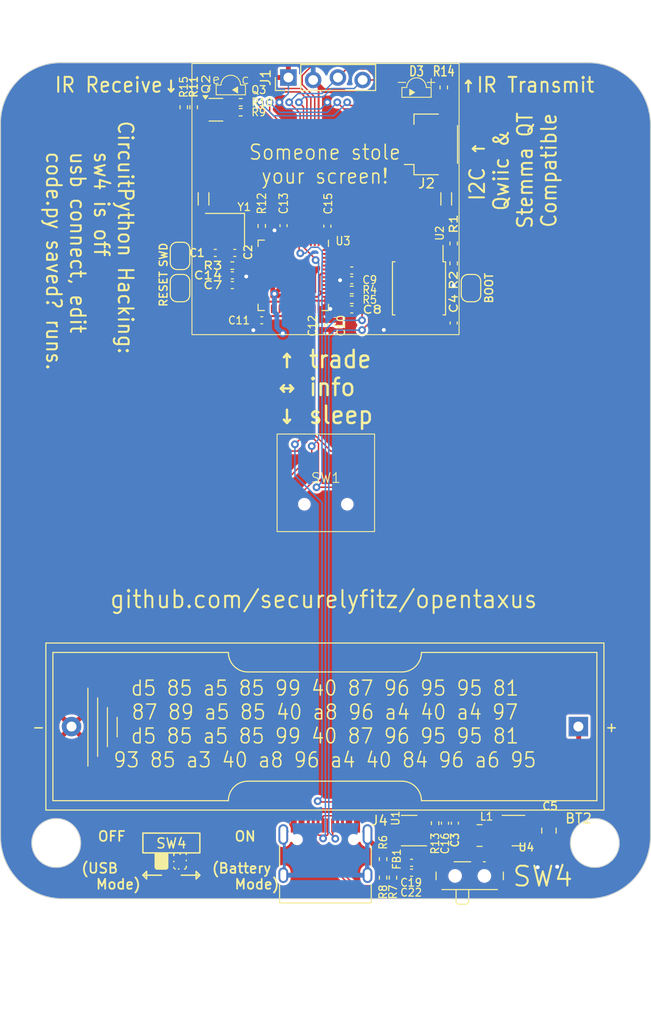
<source format=kicad_pcb>
(kicad_pcb (version 20240108) (generator "pcbnew") (generator_version "8.0")
  (title_block (title "OpenTaxus Badge") (date "2024-06-12") (rev "1.0") (comment 1 "Joe FitzPatrick") (comment 2 "joefitz@securinghw.com"))
  (layers (0 "F.Cu" signal) (31 "B.Cu" signal) (34 "B.Paste" user) (35 "F.Paste" user) (36 "B.SilkS" user "B.Silkscreen") (37 "F.SilkS" user "F.Silkscreen") (38 "B.Mask" user) (39 "F.Mask" user) (44 "Edge.Cuts" user))
  (net 0 "")
  (net 1 "GND")
  (net 2 "Net-(C1-Pad1)")
  (net 3 "/XIN")
  (net 4 "+3V3")
  (net 5 "+1V1")
  (net 6 "/VBUS")
  (net 7 "/GPIO0{slash}TX")
  (net 8 "/GPIO1{slash}RX")
  (net 9 "/SHIELD")
  (net 10 "/~{USB_BOOT}")
  (net 11 "Net-(J4-CC1)")
  (net 12 "/USB_D-")
  (net 13 "/USB_D+")
  (net 15 "Net-(J4-CC2)")
  (net 17 "Net-(U4-SW)")
  (net 18 "/QSPI_SS")
  (net 19 "/XOUT")
  (net 20 "Net-(U3-USB_DP)")
  (net 21 "Net-(U3-USB_DM)")
  (net 22 "/GPIO2{slash}SD")
  (net 23 "/GPIO3{slash}L")
  (net 24 "/GPIO28_ADC2{slash}D")
  (net 25 "/GPIO4{slash}R")
  (net 26 "/GPIO29_ADC3{slash}X")
  (net 27 "/QSPI_SD1")
  (net 28 "/QSPI_SD2")
  (net 29 "/QSPI_SD0")
  (net 30 "/QSPI_SCLK")
  (net 31 "/QSPI_SD3")
  (net 32 "/GPIO5")
  (net 33 "/GPIO6{slash}SDA")
  (net 34 "/GPIO7{slash}SCL")
  (net 35 "/GPIO8")
  (net 36 "+VSW")
  (net 37 "/GPIO13")
  (net 38 "/GPIO14")
  (net 39 "/GPIO15")
  (net 40 "/SWCLK")
  (net 41 "/SWD")
  (net 42 "/RUN")
  (net 43 "/GPIO16")
  (net 44 "/GPIO17")
  (net 45 "/GPIO18")
  (net 46 "/GPIO19")
  (net 47 "/GPIO20")
  (net 48 "/GPIO21")
  (net 49 "/GPIO22")
  (net 50 "/GPIO23")
  (net 51 "/GPIO24")
  (net 52 "/GPIO25")
  (net 53 "/VUSB")
  (net 54 "/GPIO27_ADC1{slash}U")
  (net 55 "Net-(Q2A-B1)")
  (net 57 "Net-(D1-DIN)")
  (net 58 "Net-(Q2A-C1)")
  (net 59 "Net-(D3-A)")
  (net 60 "/GPIO26_ADC0{slash}USB_DET")
  (net 61 "/GPIO11{slash}NEO_PWR")
  (net 62 "/GPIO12{slash}NEOPIX")
  (net 63 "/VBATT")
  (net 64 "/VREG")
  (net 65 "Net-(D1-DOUT)")
  (footprint "ir:IR12-21C-TR8" (layer "F.Cu") (at 68.072 28.448)
    (property "Reference" "D3")
    (property "Value" "IR12-21C/TR8" (hide yes))
  )
  (footprint "dpad:10x10x10x9-6P-WX" (layer "F.Cu") (at 58.77 68.48)
    (property "Reference" "SW1")
    (property "Value" "dpad")
  )
  (footprint "Capacitor_SMD:C_0402_1005Metric" (layer "F.Cu") (at 47.43 44.906 180)
    (property "Reference" "C1")
    (property "Value" "22p" (hide yes))
  )
  (footprint "Resistor_SMD:R_0402_1005Metric" (layer "F.Cu") (at 65.659 108.966 -90)
    (property "Reference" "R7")
    (property "Value" "5k1" (hide yes))
  )
  (footprint "Capacitor_SMD:C_0402_1005Metric" (layer "F.Cu") (at 52.197 51.816 180)
    (property "Reference" "C11")
    (property "Value" "100n" (hide yes))
  )
  (footprint "Resistor_SMD:R_0402_1005Metric" (layer "F.Cu") (at 71.882 45.974 90)
    (property "Reference" "R2")
    (property "Value" "DNP" (hide yes))
  )
  (footprint "Inductor_SMD:L_0402_1005Metric" (layer "F.Cu") (at 67.564 106.426 180)
    (property "Reference" "FB1")
    (property "Value" "600R" (hide yes))
  )
  (footprint "Battery:BatteryHolder_Keystone_2460_1xAA" (layer "F.Cu") (at 84.674 93.472 180)
    (property "Reference" "BT2")
    (property "Value" "AA")
  )
  (footprint "Resistor_SMD:R_0402_1005Metric" (layer "F.Cu") (at 44.196 29.972 -90)
    (property "Reference" "R15")
    (property "Value" "DNP" (hide yes))
  )
  (footprint "logos:OSHW-Logo2_14.6x12mm_SolderMask" (layer "F.Cu") (at 79.248 66.04)
    (property "Reference" "OSHW" (hide yes))
    (property "Value" "OSHW-Logo2_14.6x12mm_SolderMask" (hide yes))
  )
  (footprint "Connector_JST:JST_SH_SM04B-SRSS-TB_1x04-1MP_P1.00mm_Horizontal" (layer "F.Cu") (at 69.596 33.782 90)
    (property "Reference" "J2")
    (property "Value" "qwiic" (hide yes))
  )
  (footprint "ws2812b:LED_WS2812B_PLCC4_1.0x1.0mm" (layer "F.Cu") (at 46.228 39.37 -90)
    (property "Reference" "D1" (hide yes))
    (property "Value" "WS2812B" (hide yes))
  )
  (footprint "Resistor_SMD:R_0402_1005Metric" (layer "F.Cu") (at 61.43 48.706)
    (property "Reference" "R4")
    (property "Value" "27" (hide yes))
  )
  (footprint "Resistor_SMD:R_0402_1005Metric" (layer "F.Cu") (at 64.643 107.061 90)
    (property "Reference" "R6")
    (property "Value" "1M" (hide yes))
  )
  (footprint "Resistor_SMD:R_0402_1005Metric" (layer "F.Cu") (at 71.882 43.942 90)
    (property "Reference" "R1")
    (property "Value" "1k" (hide yes))
  )
  (footprint "Resistor_SMD:R_0402_1005Metric" (layer "F.Cu") (at 49.18 46.206 180)
    (property "Reference" "R3")
    (property "Value" "1k" (hide yes))
  )
  (footprint "Resistor_SMD:R_0402_1005Metric" (layer "F.Cu") (at 61.43 49.706 180)
    (property "Reference" "R5")
    (property "Value" "27" (hide yes))
  )
  (footprint "Capacitor_SMD:C_0402_1005Metric" (layer "F.Cu") (at 72.009 103.378 90)
    (property "Reference" "C3")
    (property "Value" "10u" (hide yes))
  )
  (footprint "Capacitor_SMD:C_0402_1005Metric" (layer "F.Cu") (at 67.564 107.442 180)
    (property "Reference" "C19")
    (property "Value" "100n" (hide yes))
  )
  (footprint "Resistor_SMD:R_0402_1005Metric" (layer "F.Cu") (at 50.038 29.464 180)
    (property "Reference" "R10")
    (property "Value" "200k" (hide yes))
  )
  (footprint "Package_TO_SOT_SMD:SOT-363_SC-70-6" (layer "F.Cu") (at 47.498 30.226)
    (property "Reference" "Q2")
    (property "Value" "BC847BS" (hide yes))
  )
  (footprint "Resistor_SMD:R_0402_1005Metric" (layer "F.Cu") (at 45.212 29.972 -90)
    (property "Reference" "R11")
    (property "Value" "1k" (hide yes))
  )
  (footprint "Button_Switch_SMD:SW_SPDT_PCM12" (layer "F.Cu") (at 73.5275 108.458)
    (property "Reference" "SW4")
    (property "Value" "SW_SPDT" (hide yes))
  )
  (footprint "Jumper:SolderJumper-2_P1.3mm_Open_RoundedPad1.0x1.5mm" (layer "F.Cu") (at 43.815 45.212 90)
    (property "Reference" "J3" (hide yes))
    (property "Value" "SWD")
  )
  (footprint "Package_DFN_QFN:QFN-56-1EP_7x7mm_P0.4mm_EP3.2x3.2mm" (layer "F.Cu") (at 55.43 47.206 -90)
    (property "Reference" "U3")
    (property "Value" "RP2040" (hide yes))
  )
  (footprint "ir:PT12-21B-TR8" (layer "F.Cu") (at 49.022 28.194)
    (property "Reference" "Q3")
    (property "Value" "PT12-21B/TR8" (hide yes))
  )
  (footprint "ws2812b:LED_WS2812B_PLCC4_1.0x1.0mm" (layer "F.Cu") (at 71.12 39.37 90)
    (property "Reference" "D2" (hide yes))
    (property "Value" "WS2812B" (hide yes))
  )
  (footprint "Capacitor_SMD:C_0402_1005Metric" (layer "F.Cu") (at 49.18 47.206 180)
    (property "Reference" "C14")
    (property "Value" "100n" (hide yes))
  )
  (footprint "Capacitor_SMD:C_0402_1005Metric" (layer "F.Cu") (at 61.43 47.706)
    (property "Reference" "C9")
    (property "Value" "100n" (hide yes))
  )
  (footprint "Capacitor_SMD:C_0402_1005Metric" (layer "F.Cu") (at 70.993 103.378 90)
    (property "Reference" "C16")
    (property "Value" "10u" (hide yes))
  )
  (footprint "usbc:USB_C_Receptacle_HRO_TYPE-C-31-M-12" (layer "F.Cu") (at 58.725 107.662)
    (property "Reference" "J4")
    (property "Value" "USB_C_Receptacle_USB2.0" (hide yes))
  )
  (footprint "Capacitor_SMD:C_0402_1005Metric" (layer "F.Cu") (at 49.43 44.906 180)
    (property "Reference" "C2")
    (property "Value" "22p" (hide yes))
  )
  (footprint "Resistor_SMD:R_0402_1005Metric" (layer "F.Cu") (at 52.197 42.1386 90)
    (property "Reference" "R12")
    (property "Value" "220" (hide yes))
  )
  (footprint "Resistor_SMD:R_0402_1005Metric" (layer "F.Cu") (at 64.643 108.964 90)
    (property "Reference" "R8")
    (property "Value" "5k1" (hide yes))
  )
  (footprint "Crystal:Crystal_SMD_3225-4Pin_3.2x2.5mm" (layer "F.Cu") (at 48.43 42.506 180)
    (property "Reference" "Y1")
    (property "Value" "YSX321SL" (hide yes))
  )
  (footprint "Connector_PinHeader_2.54mm:PinHeader_1x04_P2.54mm_Vertical" (layer "F.Cu") (at 58.7375 26.924)
    (property "Reference" "J1")
    (property "Value" "OLED")
  )
  (footprint "Package_TO_SOT_SMD:SOT-23" (layer "F.Cu") (at 78.529 104.14)
    (property "Reference" "U4")
    (property "Value" "XT1861B332MR-G" (hide yes))
  )
  (footprint "Package_TO_SOT_SMD:SOT-23-3" (layer "F.Cu") (at 67.31 104.14 180)
    (property "Reference" "U1")
    (property "Value" "HE6206-33NR" (hide yes))
  )
  (footprint "Capacitor_SMD:C_0402_1005Metric" (layer "F.Cu") (at 59.3 52.29 -90)
    (property "Reference" "C10")
    (property "Value" "10u" (hide yes))
  )
  (footprint "Capacitor_SMD:C_0402_1005Metric" (layer "F.Cu") (at 71.882 52.098 90)
    (property "Reference" "C4")
    (property "Value" "100n" (hide yes))
  )
  (footprint "Capacitor_SMD:C_0402_1005Metric" (layer "F.Cu") (at 54.4322 42.1158 90)
    (property "Reference" "C13")
    (property "Value" "100n" (hide yes))
  )
  (footprint "Capacitor_SMD:C_0402_1005Metric" (layer "F.Cu") (at 67.564 108.458 180)
    (property "Reference" "C22")
    (property "Value" "10u" (hide yes))
  )
  (footprint "Jumper:SolderJumper-2_P1.3mm_Open_RoundedPad1.0x1.5mm" (layer "F.Cu") (at 73.66 48.514 -90)
    (property "Reference" "SW2" (hide yes))
    (property "Value" "USB_BOOT" (hide yes))
  )
  (footprint "Resistor_SMD:R_0402_1005Metric" (layer "F.Cu") (at 69.977 103.378 -90)
    (property "Reference" "R13")
    (property "Value" "1k")
  )
  (footprint "Capacitor_SMD:C_0402_1005Metric" (layer "F.Cu") (at 49.18 48.206 180)
    (property "Reference" "C7")
    (property "Value" "100n" (hide yes))
  )
  (footprint "Package_SO:SOIC-8_5.23x5.23mm_P1.27mm" (layer "F.Cu") (at 68.326 48.542 -90)
    (property "Reference" "U2")
    (property "Value" "W25Q128JVS" (hide yes))
  )
  (footprint "Jumper:SolderJumper-2_P1.3mm_Open_RoundedPad1.0x1.5mm" (layer "F.Cu") (at 43.815 48.514 -90)
    (property "Reference" "SW3" (hide yes))
    (property "Value" "RESET")
  )
  (footprint "Capacitor_SMD:C_0805_2012Metric" (layer "F.Cu") (at 81.6555 104.14 90)
    (property "Reference" "C5")
    (property "Value" "47u" (hide yes))
  )
  (footprint "Capacitor_SMD:C_0402_1005Metric" (layer "F.Cu") (at 58.3 52.3 -90)
    (property "Reference" "C12")
    (property "Value" "100n" (hide yes))
  )
  (footprint "Resistor_SMD:R_0402_1005Metric" (layer "F.Cu") (at 50.038 30.48 180)
    (property "Reference" "R9")
    (property "Value" "200k" (hide yes))
  )
  (footprint "Inductor_SMD:L_1008_2520Metric" (layer "F.Cu") (at 74.5435 104.648)
    (property "Reference" "L1")
    (property "Value" "10u" (hide yes))
  )
  (footprint "Capacitor_SMD:C_0402_1005Metric" (layer "F.Cu") (at 61.43 46.706)
    (property "Reference" "C6" (hide yes))
    (property "Value" "100n" (hide yes))
  )
  (footprint "Capacitor_SMD:C_0402_1005Metric" (layer "F.Cu") (at 61.43 50.706)
    (property "Reference" "C8")
    (property "Value" "10u" (hide yes))
  )
  (footprint "Resistor_SMD:R_0402_1005Metric" (layer "F.Cu") (at 70.866 27.94 -90)
    (property "Reference" "R14")
    (property "Value" "220" (hide yes))
  )
  (footprint "Capacitor_SMD:C_0402_1005Metric" (layer "F.Cu") (at 58.928 42.164 90)
    (property "Reference" "C15")
    (property "Value" "100n" (hide yes))
  )
  (gr_line (start 40.005 108.712) (end 40.386 109.093) (stroke (width 0.15)) (layer "F.SilkS"))
  (gr_poly (pts (xy 44.45 106.553) (xy 44.45 107.95) (xy 44.323 108.077) (xy 43.307 108.077) (xy 43.18 107.95) (xy 43.18 106.553)) (stroke (width 0.15) (type dot)) (fill none) (layer "F.SilkS"))
  (gr_line (start 40.386 108.331) (end 40.005 108.712) (stroke (width 0.15)) (layer "F.SilkS"))
  (gr_line (start 45.847 108.712) (end 45.466 108.331) (stroke (width 0.15)) (layer "F.SilkS"))
  (gr_rect (start 40.005 104.394) (end 45.847 106.426) (stroke (width 0.15)) (fill none) (layer "F.SilkS"))
  (gr_line (start 43.942 108.712) (end 45.847 108.712) (stroke (width 0.15)) (layer "F.SilkS"))
  (gr_line (start 45.466 109.093) (end 45.847 108.712) (stroke (width 0.15)) (layer "F.SilkS"))
  (gr_line (start 41.91 108.712) (end 40.005 108.712) (stroke (width 0.15)) (layer "F.SilkS"))
  (gr_line (start 40.386 109.093) (end 40.386 108.331) (stroke (width 0.15)) (layer "F.SilkS"))
  (gr_poly (pts (xy 42.545 106.553) (xy 42.545 107.95) (xy 42.418 108.077) (xy 41.402 108.077) (xy 41.275 107.95) (xy 41.275 106.553)) (stroke (width 0.15)) (fill solid) (layer "F.SilkS"))
  (gr_line (start 45.466 108.331) (end 45.466 109.093) (stroke (width 0.15)) (layer "F.SilkS"))
  (gr_line (start 40.005 108.712) (end 40.386 108.331) (stroke (width 0.15)) (layer "F.SilkS"))
  (gr_line (start 45.847 108.712) (end 45.466 109.093) (stroke (width 0.15)) (layer "F.SilkS"))
  (gr_line (start 85.725 25.4) (end 31.75 25.4) (stroke (width 0.1)) (layer "Edge.Cuts"))
  (gr_line (start 31.75 111.125) (end 85.725 111.125) (stroke (width 0.1)) (layer "Edge.Cuts"))
  (gr_arc (start 31.75 111.125) (mid 27.259872 109.265128) (end 25.4 104.775) (stroke (width 0.1)) (layer "Edge.Cuts"))
  (gr_circle (center 31.115 105.41) (end 33.6169 105.41) (stroke (width 0.1)) (fill none) (layer "Edge.Cuts"))
  (gr_line (start 92.075 104.775) (end 92.075 31.75) (stroke (width 0.1)) (layer "Edge.Cuts"))
  (gr_arc (start 92.075 104.775) (mid 90.215128 109.265128) (end 85.725 111.125) (stroke (width 0.1)) (layer "Edge.Cuts"))
  (gr_circle (center 86.36 105.41) (end 88.8619 105.41) (stroke (width 0.1)) (fill none) (layer "Edge.Cuts"))
  (gr_arc (start 25.4 31.75) (mid 27.205788 27.205788) (end 31.75 25.4) (stroke (width 0.1)) (layer "Edge.Cuts"))
  (gr_arc (start 85.725 25.4) (mid 90.215128 27.259872) (end 92.075 31.75) (stroke (width 0.1)) (layer "Edge.Cuts"))
  (gr_line (start 25.4 31.75) (end 25.4 104.775) (stroke (width 0.1)) (layer "Edge.Cuts"))
  (gr_text "IR Receive↓ " (at 44.958 27.686 0) (layer "F.SilkS") (effects (font (size 1.524 1.397) (thickness 0.2032)) (justify right)))
  (gr_text "d5 85 a5 85 99 40 87 96 95 95 81\n87 89 a5 85 40 a8 96 a4 40 a4 97\nd5 85 a5 85 99 40 87 96 95 95 81\n93 85 a3 40 a8 96 a4 40 84 96 a6 95" (at 58.674 93.218 0) (layer "F.SilkS") (effects (font (size 1.524 1.397) (thickness 0.1524))))
  (gr_text "CircuitPython Hacking:\n   sw4 is off \n   usb connect, edit \n   code.py saved? runs." (at 34.544 31.242 270) (layer "F.SilkS") (effects (font (size 1.524 1.397) (thickness 0.2032)) (justify left)))
  (gr_text "Someone stole\nyour screen!" (at 58.674 35.814 0) (layer "F.SilkS") (effects (font (size 1.524 1.397) (thickness 0.1524))))
  (gr_text "SW4" (at 41.275 106.045 0) (layer "F.SilkS") (effects (font (size 1.016 1.016) (thickness 0.1524)) (justify left bottom)))
  (gr_text "↑IR Transmit" (at 72.39 27.686 0) (layer "F.SilkS") (effects (font (size 1.524 1.397) (thickness 0.2032)) (justify left)))
  (gr_text "BOOT" (at 75.51 48.52 90) (layer "F.SilkS") (effects (font (size 0.8 0.8))))
  (gr_text "I2C ↑\nQwiic &\nStemma QT\nCompatible" (at 77.978 36.449 90) (layer "F.SilkS") (effects (font (size 1.524 1.397) (thickness 0.2032))))
  (gr_text "\ngithub.com/securelyfitz/opentaxus\n" (at 58.547 78.994 0) (layer "F.SilkS") (effects (font (size 1.778 1.651) (thickness 0.2032))))
  (gr_text "OFF  \n\n(USB   \n  Mode)" (at 39.878 104.14 0) (layer "F.SilkS") (effects (font (size 1.016 1.016) (thickness 0.1778) (bold yes)) (justify right top)))
  (gr_text "↑ trade\n↔ info\n↓ sleep" (at 53.594 58.674 0) (layer "F.SilkS") (effects (font (size 1.778 1.651) (thickness 0.254)) (justify left)))
  (gr_text "   ON\n\n(Battery\n   Mode)" (at 46.99 104.14 0) (layer "F.SilkS") (effects (font (size 1.016 1.016) (thickness 0.1778) (bold yes)) (justify left top)))
  (segment (start 51.493994 46.206) (end 50.193994 44.906) (width 0.15) (layer "F.Cu") (net 1))
  (segment (start 55.43 47.206) (end 54.18 48.456) (width 0.5) (layer "F.Cu") (net 1))
  (segment (start 52.491006 46.206) (end 53.491006 47.206) (width 0.15) (layer "F.Cu") (net 1))
  (segment (start 53.491006 47.206) (end 55.43 47.206) (width 0.15) (layer "F.Cu") (net 1))
  (segment (start 54.5846 46.3606) (end 55.43 47.206) (width 0.5) (layer "F.Cu") (net 1))
  (segment (start 55.78 32.70642) (end 55.78 40.288) (width 0.15) (layer "F.Cu") (net 1))
  (segment (start 51.9925 46.206) (end 51.493994 46.206) (width 0.15) (layer "F.Cu") (net 1))
  (segment (start 50.189999 44.906) (end 49.91 44.906) (width 0.2) (layer "F.Cu") (net 1))
  (segment (start 51.9925 46.206) (end 52.491006 46.206) (width 0.15) (layer "F.Cu") (net 1))
  (segment (start 55.43 47.206) (end 53.536 49.1) (width 0.5) (layer "F.Cu") (net 1))
  (segment (start 53.536 49.1) (end 53.5 49.1) (width 0.5) (layer "F.Cu") (net 1))
  (segment (start 55.78 40.288) (end 54.4322 41.6358) (width 0.15) (layer "F.Cu") (net 1))
  (segment (start 55.43 47.206) (end 56.68 47.206) (width 0.5) (layer "F.Cu") (net 1))
  (segment (start 54.007259 30.933679) (end 55.78 32.70642) (width 0.15) (layer "F.Cu") (net 1))
  (segment (start 54.007259 29.464) (end 54.007259 30.933679) (width 0.15) (layer "F.Cu") (net 1))
  (segment (start 50.193994 44.906) (end 49.91 44.906) (width 0.15) (layer "F.Cu") (net 1))
  (via (at 58.928 29.464) (size 0.8) (drill 0.4) (layers "F.Cu" "B.Cu") (net 1))
  (via (at 54.356 53.1622) (size 0.8) (drill 0.4) (layers "F.Cu" "B.Cu") (net 1))
  (via (at 53.5 49.1) (size 0.8) (drill 0.4) (layers "F.Cu" "B.Cu") (net 1))
  (via (at 54.007259 29.464) (size 0.8) (drill 0.4) (layers "F.Cu" "B.Cu") (net 1))
  (segment (start 53.7464 51.2064) (end 53.5 50.96) (width 0.5) (layer "B.Cu") (net 1))
  (segment (start 58.2468 30.1452) (end 54.688459 30.1452) (width 0.15) (layer "B.Cu") (net 1))
  (segment (start 54.688459 30.1452) (end 54.007259 29.464) (width 0.15) (layer "B.Cu") (net 1))
  (segment (start 53.7464 52.5526) (end 53.7464 51.2064) (width 0.5) (layer "B.Cu") (net 1))
  (segment (start 54.007259 29.464) (end 54.9275 28.543759) (width 0.15) (layer "B.Cu") (net 1))
  (segment (start 58.928 29.464) (end 58.2468 30.1452) (width 0.15) (layer "B.Cu") (net 1))
  (segment (start 54.9275 28.543759) (end 54.9275 26.924) (width 0.15) (layer "B.Cu") (net 1))
  (segment (start 54.356 53.1622) (end 53.7464 52.5526) (width 0.5) (layer "B.Cu") (net 1))
  (segment (start 53.5 50.96) (end 53.5 49.1) (width 0.5) (layer "B.Cu") (net 1))
  (segment (start 47.91 43.936) (end 47.33 43.356) (width 0.2) (layer "F.Cu") (net 2))
  (segment (start 47.91 45.446) (end 48.67 46.206) (width 0.2) (layer "F.Cu") (net 2))
  (segment (start 47.91 44.906) (end 47.91 43.936) (width 0.2) (layer "F.Cu") (net 2))
  (segment (start 47.91 44.906) (end 47.91 45.446) (width 0.2) (layer "F.Cu") (net 2))
  (segment (start 48.53 42.556) (end 49.43 41.656) (width 0.2) (layer "F.Cu") (net 3))
  (segment (start 49.43 41.656) (end 49.53 41.656) (width 0.2) (layer "F.Cu") (net 3))
  (segment (start 49.613704 45.569704) (end 50.362724 45.569704) (width 0.15) (layer "F.Cu") (net 3))
  (segment (start 48.95 44.906) (end 49.613704 45.569704) (width 0.15) (layer "F.Cu") (net 3))
  (segment (start 51.39902 46.606) (end 51.9925 46.606) (width 0.15) (layer "F.Cu") (net 3))
  (segment (start 50.362724 45.569704) (end 51.39902 46.606) (width 0.15) (layer "F.Cu") (net 3))
  (segment (start 48.53 44.486) (end 48.53 42.556) (width 0.2) (layer "F.Cu") (net 3))
  (segment (start 48.95 44.906) (end 48.53 44.486) (width 0.2) (layer "F.Cu") (net 3))
  (segment (start 64.7192 52.8066) (end 64.7192 53.082832) (width 0.5) (layer "F.Cu") (net 4))
  (segment (start 57.4675 27.178) (end 58.03 27.7405) (width 0.2) (layer "F.Cu") (net 4))
  (segment (start 58.8675 50.611) (end 58.8675 49.556) (width 0.5) (layer "F.Cu") (net 4))
  (segment (start 59.93 47.406) (end 60.23 47.706) (width 0.2) (layer "F.Cu") (net 4))
  (segment (start 58.8675 47.806) (end 60.13 47.806) (width 0.2) (layer "F.Cu") (net 4))
  (segment (start 54.43 50.10964) (end 54.73364 49.806) (width 0.2) (layer "F.Cu") (net 4))
  (segment (start 60.13 47.806) (end 60.23 47.706) (width 0.2) (layer "F.Cu") (net 4))
  (segment (start 51.849266 52.832) (end 52.677 52.004266) (width 0.5) (layer "F.Cu") (net 4))
  (segment (start 58.18 50.611) (end 58.8675 50.611) (width 0.5) (layer "F.Cu") (net 4))
  (segment (start 58.03 50.6435) (end 58.03 49.806) (width 0.2) (layer "F.Cu") (net 4))
  (segment (start 66.021 33.334684) (end 66.021 30.297945) (width 0.5) (layer "F.Cu") (net 4))
  (segment (start 50.686521 47.406) (end 50.605206 47.324685) (width 0.2) (layer "F.Cu") (net 4))
  (segment (start 70.231 52.524684) (end 70.231 52.142) (width 0.5) (layer "F.Cu") (net 4))
  (segment (start 58.03 49.806) (end 58.8675 49.806) (width 0.2) (layer "F.Cu") (net 4))
  (segment (start 58.8675 49.406) (end 58.8675 49.806) (width 0.2) (layer "F.Cu") (net 4))
  (segment (start 58.3 51.82) (end 58.3 50.7635) (width 0.5) (layer "F.Cu") (net 4))
  (segment (start 54.22636 51.381) (end 53.112 51.381) (width 0.2) (layer "F.Cu") (net 4))
  (segment (start 58.928 42.644) (end 58.928 42.8705) (width 0.15) (layer "F.Cu") (net 4))
  (segment (start 70.667 52.578) (end 70.231 52.142) (width 0.5) (layer "F.Cu") (net 4))
  (segment (start 54.43 51.17736) (end 54.22636 51.381) (width 0.2) (layer "F.Cu") (net 4))
  (segment (start 71.9 46.502) (end 71.882 46.484) (width 0.5) (layer "F.Cu") (net 4))
  (segment (start 66.968316 34.282) (end 66.021 33.334684) (width 0.5) (layer "F.Cu") (net 4))
  (segment (start 53.112 51.381) (end 52.677 51.816) (width 0.2) (layer "F.Cu") (net 4))
  (segment (start 51.3334 52.832) (end 51.849266 52.832) (width 0.5) (layer "F.Cu") (net 4))
  (segment (start 58.928 42.8705) (end 58.03 43.7685) (width 0.15) (layer "F.Cu") (net 4))
  (segment (start 60.23 47.706) (end 60.95 47.706) (width 0.2) (layer "F.Cu") (net 4))
  (segment (start 68.663684 54.092) (end 70.231 52.524684) (width 0.5) (layer "F.Cu") (net 4))
  (segment (start 60.708422 28.478) (end 60.500622 28.2702) (width 0.5) (layer "F.Cu") (net 4))
  (segment (start 54.43 50.6435) (end 54.43 51.17736) (width 0.2) (layer "F.Cu") (net 4))
  (segment (start 58.3 50.7635) (end 58.18 50.6435) (width 0.5) (layer "F.Cu") (net 4))
  (segment (start 51.9925 47.406) (end 50.686521 47.406) (width 0.2) (layer "F.Cu") (net 4))
  (segment (start 58.8675 47.406) (end 59.93 47.406) (width 0.2) (layer "F.Cu") (net 4))
  (segment (start 64.7192 53.082832) (end 65.728368 54.092) (width 0.5) (layer "F.Cu") (net 4))
  (segment (start 58.5597 28.2702) (end 57.4675 27.178) (width 0.5) (layer "F.Cu") (net 4))
  (segment (start 67.596 34.282) (end 66.968316 34.282) (width 0.5) (layer "F.Cu") (net 4))
  (segment (start 58.03 27.7405) (end 58.03 43.7685) (width 0.2) (layer "F.Cu") (net 4))
  (segment (start 71.882 46.484) (end 71.882 48.26) (width 0.5) (layer "F.Cu") (net 4))
  (segment (start 58.18 50.611) (end 58.18 50.6435) (width 0.5) (layer "F.Cu") (net 4))
  (segment (start 50.486521 47.206) (end 50.605206 47.324685) (width 0.5) (layer "F.Cu") (net 4))
  (segment (start 64.201055 28.478) (end 60.708422 28.478) (width 0.5) (layer "F.Cu") (net 4))
  (segment (start 71.882 52.578) (end 70.667 52.578) (width 0.5) (layer "F.Cu") (net 4))
  (segment (start 60.500622 28.2702) (end 58.5597 28.2702) (width 0.5) (layer "F.Cu") (net 4))
  (segment (start 52.677 52.004266) (end 52.677 51.816) (width 0.5) (layer "F.Cu") (net 4))
  (segment (start 54.43 50.6435) (end 54.43 50.10964) (width 0.2) (layer "F.Cu") (net 4))
  (segment (start 54.43 42.598) (end 54.43 43.7685) (width 0.2) (layer "F.Cu") (net 4))
  (segment (start 54.4322 42.5958) (end 54.43 42.598) (width 0.2) (layer "F.Cu") (net 4))
  (segment (start 65.728368 54.092) (end 68.663684 54.092) (width 0.5) (layer "F.Cu") (net 4))
  (segment (start 66.021 30.297945) (end 64.201055 28.478) (width 0.5) (layer "F.Cu") (net 4))
  (segment (start 54.73364 49.806) (end 58.03 49.806) (width 0.2) (layer "F.Cu") (net 4))
  (segment (start 49.66 47.206) (end 50.486521 47.206) (width 0.5) (layer "F.Cu") (net 4))
  (segment (start 54.4322 42.5958) (end 53.505 42.5958) (width 0.2) (layer "F.Cu") (net 4))
  (via (at 64.7192 52.8066) (size 0.8) (drill 0.4) (layers "F.Cu" "B.Cu") (net 4))
  (via (at 59.2328 50.6476) (size 0.8) (drill 0.4) (layers "F.Cu" "B.Cu") (net 4))
  (via (at 51.3334 52.832) (size 0.8) (drill 0.4) (layers "F.Cu" "B.Cu") (net 4))
  (via (at 82.5 107.85) (size 0.8) (drill 0.4) (layers "F.Cu" "B.Cu") (net 4))
  (via (at 60.23 47.706) (size 0.8) (drill 0.4) (layers "F.Cu" "B.Cu") (net 4))
  (via (at 80.5 107.9) (size 0.8) (drill 0.4) (layers "F.Cu" "B.Cu") (net 4))
  (via (at 53.505 42.5958) (size 0.8) (drill 0.4) (layers "F.Cu" "B.Cu") (net 4))
  (via (at 50.605206 47.324685) (size 0.8) (drill 0.4) (layers "F.Cu" "B.Cu") (net 4))
  (via (at 71.882 48.26) (size 0.8) (drill 0.4) (layers "F.Cu" "B.Cu") (net 4))
  (segment (start 52.73 48.00964) (end 52.73 49.83) (width 0.2) (layer "F.Cu") (net 5))
  (segment (start 58.13 47.211025) (end 58.13 48.800975) (width 0.2) (layer "F.Cu") (net 5))
  (segment (start 57.935025 49.406) (end 58.335025 49.006) (width 0.2) (layer "F.Cu") (net 5))
  (segment (start 52.73 49.83) (end 52.806 49.906) (width 0.2) (layer "F.Cu") (net 5))
  (segment (start 51.9925 47.806) (end 52.52636 47.806) (width 0.2) (layer "F.Cu") (net 5))
  (segment (start 58.335025 47.006) (end 58.13 47.211025) (width 0.2) (layer "F.Cu") (net 5))
  (segment (start 54.067954 49.906) (end 54.567955 49.406) (width 0.2) (layer "F.Cu") (net 5))
  (segment (start 54.567955 49.406) (end 57.935025 49.406) (width 0.2) (layer "F.Cu") (net 5))
  (segment (start 50.771661 48.206) (end 49.66 48.206) (width 0.2) (layer "F.Cu") (net 5))
  (segment (start 52.52636 47.806) (end 52.73 48.00964) (width 0.2) (layer "F.Cu") (net 5))
  (segment (start 52.806 49.906) (end 54.067954 49.906) (width 0.2) (layer "F.Cu") (net 5))
  (segment (start 51.9925 47.806) (end 51.171661 47.806) (width 0.2) (layer "F.Cu") (net 5))
  (segment (start 60.35 49.956025) (end 60.35 50.106) (width 0.2) (layer "F.Cu") (net 5))
  (segment (start 58.8675 47.006) (end 60.65 47.006) (width 0.2) (layer "F.Cu") (net 5))
  (segment (start 59.399975 49.006) (end 60.35 49.956025) (width 0.2) (layer "F.Cu") (net 5))
  (segment (start 58.8675 49.006) (end 59.399975 49.006) (width 0.2) (layer "F.Cu") (net 5))
  (segment (start 58.335025 49.006) (end 58.8675 49.006) (width 0.2) (layer "F.Cu") (net 5))
  (segment (start 58.8675 47.006) (end 58.335025 47.006) (width 0.2) (layer "F.Cu") (net 5))
  (segment (start 51.171661 47.806) (end 50.771661 48.206) (width 0.2) (layer "F.Cu") (net 5))
  (segment (start 60.65 47.006) (end 60.95 46.706) (width 0.2) (layer "F.Cu") (net 5))
  (segment (start 58.13 48.800975) (end 58.335025 49.006) (width 0.2) (layer "F.Cu") (net 5))
  (segment (start 60.35 50.106) (end 60.95 50.706) (width 0.2) (layer "F.Cu") (net 5))
  (segment (start 65.06 103.287) (end 65.06 104.542684) (width 0.5) (layer "F.Cu") (net 6))
  (segment (start 61.175 103.617) (end 61.175 102.492) (width 0.5) (layer "F.Cu") (net 6))
  (segment (start 65.06 104.542684) (end 66.943316 106.426) (width 0.5) (layer "F.Cu") (net 6))
  (segment (start 56.275 102.392) (end 56.275 103.617) (width 0.5) (layer "F.Cu") (net 6))
  (segment (start 63.5 101.727) (end 65.06 103.287) (width 0.5) (layer "F.Cu") (net 6))
  (segment (start 56.275 103.397) (end 56.475 103.597) (width 0.3) (layer "F.Cu") (net 6))
  (segment (start 61.94 101.727) (end 63.5 101.727) (width 0.5) (layer "F.Cu") (net 6))
  (segment (start 61.075 103.617) (end 61.075 102.442) (width 0.5) (layer "F.Cu") (net 6))
  (segment (start 61.075 102.442) (end 60.725 102.092) (width 0.5) (layer "F.Cu") (net 6))
  (segment (start 66.943316 106.426) (end 66.9465 106.426) (width 0.5) (layer "F.Cu") (net 6))
  (segment (start 61.175 102.492) (end 61.94 101.727) (width 0.5) (layer "F.Cu") (net 6))
  (segment (start 56.575 102.092) (end 56.275 102.392) (width 0.5) (layer "F.Cu") (net 6))
  (segment (start 60.725 102.092) (end 56.575 102.092) (width 0.5) (layer "F.Cu") (net 6))
  (segment (start 56.3425 26.712009) (end 57.351509 25.703) (width 0.15) (layer "F.Cu") (net 7))
  (segment (start 57.351509 25.703) (end 69.139 25.703) (width 0.15) (layer "F.Cu") (net 7))
  (segment (start 69.139 25.703) (end 70.866 27.43) (width 0.15) (layer "F.Cu") (net 7))
  (segment (start 57.63 28.931491) (end 56.3425 27.643991) (width 0.15) (layer "F.Cu") (net 7))
  (segment (start 56.3425 27.643991) (end 56.3425 26.712009) (width 0.15) (layer "F.Cu") (net 7))
  (segment (start 57.63 43.7685) (end 57.63 28.931491) (width 0.15) (layer "F.Cu") (net 7))
  (segment (start 57.23 43.7685) (end 57.23 29.026465) (width 0.15) (layer "F.Cu") (net 8))
  (segment (start 48.044188 29.051) (end 49.115 29.051) (width 0.25) (layer "F.Cu") (net 8))
  (segment (start 56.252535 28.049) (end 51.78039 28.049) (width 0.15) (layer "F.Cu") (net 8))
  (segment (start 51.15039 27.419) (end 49.94761 27.419) (width 0.15) (layer "F.Cu") (net 8))
  (segment (start 49.115 29.051) (end 49.528 29.464) (width 0.25) (layer "F.Cu") (net 8))
  (segment (start 51.78039 28.049) (end 51.15039 27.419) (width 0.15) (layer "F.Cu") (net 8))
  (segment (start 47.426812 30.876) (end 47.798 30.504812) (width 0.25) (layer "F.Cu") (net 8))
  (segment (start 57.23 29.026465) (end 56.252535 28.049) (width 0.15) (layer "F.Cu") (net 8))
  (segment (start 49.528 27.83861) (end 49.528 29.464) (width 0.15) (layer "F.Cu") (net 8))
  (segment (start 47.798 30.504812) (end 47.798 29.297188) (width 0.25) (layer "F.Cu") (net 8))
  (segment (start 46.548 30.876) (end 47.426812 30.876) (width 0.25) (layer "F.Cu") (net 8))
  (segment (start 49.94761 27.419) (end 49.528 27.83861) (width 0.15) (layer "F.Cu") (net 8))
  (segment (start 47.798 29.297188) (end 48.044188 29.051) (width 0.25) (layer "F.Cu") (net 8))
  (segment (start 63.025 104.292) (end 63.045 104.312) (width 0.5) (layer "F.Cu") (net 9))
  (segment (start 63.045 104.532) (end 63.045 104.953) (width 0.5) (layer "F.Cu") (net 9))
  (segment (start 63.045 104.953) (end 64.643 106.551) (width 0.5) (layer "F.Cu") (net 9))
  (segment (start 54.7 104.237) (end 54.405 104.532) (width 0.5) (layer "B.Cu") (net 9))
  (segment (start 63.045 104.532) (end 62.75 104.237) (width 0.5) (layer "B.Cu") (net 9))
  (segment (start 72.477 46.681) (end 73.66 47.864) (width 0.15) (layer "F.Cu") (net 10))
  (segment (start 72.477 44.027) (end 72.477 46.681) (width 0.15) (layer "F.Cu") (net 10))
  (segment (start 71.882 43.432) (end 72.477 44.027) (width 0.15) (layer "F.Cu") (net 10))
  (segment (start 64.998 110.137) (end 65.659 109.476) (width 0.15) (layer "F.Cu") (net 11))
  (segment (start 61.636026 110.137) (end 64.998 110.137) (width 0.15) (layer "F.Cu") (net 11))
  (segment (start 60.125 108.625974) (end 61.636026 110.137) (width 0.15) (layer "F.Cu") (net 11))
  (segment (start 60.125 107.531597) (end 60.125 108.625974) (width 0.15) (layer "F.Cu") (net 11))
  (segment (start 57.475 103.617) (end 57.475 104.881597) (width 0.15) (layer "F.Cu") (net 11))
  (segment (start 57.475 104.881597) (end 60.125 107.531597) (width 0.15) (layer "F.Cu") (net 11))
  (segment (start 58.975 104.542) (end 58.9 104.617) (width 0.15) (layer "F.Cu") (net 12))
  (segment (start 58.05 104.617) (end 57.975 104.542) (width 0.15) (layer "F.Cu") (net 12))
  (segment (start 58.49 104.617) (end 58.05 104.617) (width 0.15) (layer "F.Cu") (net 12))
  (segment (start 58.9 104.617) (end 58.49 104.617) (width 0.15) (layer "F.Cu") (net 12))
  (segment (start 57.975 104.542) (end 57.975 103.617) (width 0.15) (layer "F.Cu") (net 12))
  (segment (start 58.49 104.617) (end 58.49 104.942002) (width 0.15) (layer "F.Cu") (net 12))
  (segment (start 62.484 50.25) (end 61.94 49.706) (width 0.15) (layer "F.Cu") (net 12))
  (segment (start 58.975 103.617) (end 58.975 104.542) (width 0.15) (layer "F.Cu") (net 12))
  (segment (start 62.484 51.816) (end 62.484 50.25) (width 0.15) (layer "F.Cu") (net 12))
  (via (at 62.484 51.816) (size 0.8) (drill 0.4) (layers "F.Cu" "B.Cu") (net 12))
  (via (at 58.49 104.942002) (size 0.8) (drill 0.4) (layers "F.Cu" "B.Cu") (net 12))
  (segment (start 62.484 51.816) (end 59.69 51.816) (width 0.15) (layer "B.Cu") (net 12))
  (segment (start 59.69 51.816) (end 58.7248 52.7812) (width 0.15) (layer "B.Cu") (net 12))
  (segment (start 58.7248 52.7812) (end 58.7248 104.707202) (width 0.15) (layer "B.Cu") (net 12))
  (segment (start 58.7248 104.707202) (end 58.49 104.942002) (width 0.15) (layer "B.Cu") (net 12))
  (segment (start 58.475 102.692) (end 58.55 102.617) (width 0.15) (layer "F.Cu") (net 13))
  (segment (start 58.475 103.617) (end 58.475 102.692) (width 0.15) (layer "F.Cu") (net 13))
  (segment (start 58.55 102.617) (end 59.4 102.617) (width 0.15) (layer "F.Cu") (net 13))
  (segment (start 62.050531 48.816531) (end 61.94 48.706) (width 0.3) (layer "F.Cu") (net 13))
  (segment (start 63.159 52.141003) (end 63.159 49.925) (width 0.15) (layer "F.Cu") (net 13))
  (segment (start 59.475 104.705) (end 59.74 104.97) (width 0.15) (layer "F.Cu") (net 13))
  (segment (start 63.159 49.925) (end 61.94 48.706) (width 0.15) (layer "F.Cu") (net 13))
  (segment (start 59.4 102.617) (end 59.475 102.692) (width 0.15) (layer "F.Cu") (net 13))
  (segment (start 59.475 102.692) (end 59.475 103.617) (width 0.15) (layer "F.Cu") (net 13))
  (segment (start 59.475 103.617) (end 59.475 104.705) (width 0.15) (layer "F.Cu") (net 13))
  (segment (start 62.484 52.816003) (end 63.159 52.141003) (width 0.15) (layer "F.Cu") (net 13))
  (via (at 62.484 52.816003) (size 0.8) (drill 0.4) (layers "F.Cu" "B.Cu") (net 13))
  (via (at 59.74 104.97) (size 0.8) (drill 0.4) (layers "F.Cu" "B.Cu") (net 13))
  (segment (start 59.69 52.832) (end 59.0748 53.4472) (width 0.15) (layer "B.Cu") (net 13))
  (segment (start 62.484 52.816003) (end 62.468003 52.832) (width 0.15) (layer "B.Cu") (net 13))
  (segment (start 62.468003 52.832) (end 59.69 52.832) (width 0.15) (layer "B.Cu") (net 13))
  (segment (start 59.0748 104.3048) (end 59.74 104.97) (width 0.15) (layer "B.Cu") (net 13))
  (segment (start 59.0748 53.4472) (end 59.0748 104.3048) (width 0.15) (layer "B.Cu") (net 13))
  (segment (start 64.33 109.787) (end 64.643 109.474) (width 0.15) (layer "F.Cu") (net 15))
  (segment (start 60.475 103.617) (end 60.475 108.481) (width 0.15) (layer "F.Cu") (net 15))
  (segment (start 60.475 108.481) (end 61.781 109.787) (width 0.15) (layer "F.Cu") (net 15))
  (segment (start 61.781 109.787) (end 64.33 109.787) (width 0.15) (layer "F.Cu") (net 15))
  (segment (start 77.5915 105.09) (end 76.0605 105.09) (width 0.5) (layer "F.Cu") (net 17))
  (segment (start 76.0605 105.09) (end 75.6185 104.648) (width 0.5) (layer "F.Cu") (net 17))
  (segment (start 70.231 44.942) (end 71.36 44.942) (width 0.5) (layer "F.Cu") (net 18))
  (segment (start 64.596856 44.371) (end 65.800856 43.167) (width 0.15) (layer "F.Cu") (net 18))
  (segment (start 71.392 44.942) (end 71.882 44.452) (width 0.5) (layer "F.Cu") (net 18))
  (segment (start 59.909347 44.371) (end 64.596856 44.371) (width 0.15) (layer "F.Cu") (net 18))
  (segment (start 71.36 44.942) (end 71.882 45.464) (width 0.5) (layer "F.Cu") (net 18))
  (segment (start 65.800856 43.167) (end 69.255999 43.167) (width 0.15) (layer "F.Cu") (net 18))
  (segment (start 59.674347 44.606) (end 59.909347 44.371) (width 0.15) (layer "F.Cu") (net 18))
  (segment (start 70.231 44.142001) (end 70.231 44.942) (width 0.15) (layer "F.Cu") (net 18))
  (segment (start 69.255999 43.167) (end 70.231 44.142001) (width 0.15) (layer "F.Cu") (net 18))
  (segment (start 70.231 44.942) (end 71.392 44.942) (width 0.5) (layer "F.Cu") (net 18))
  (segment (start 58.8675 44.606) (end 59.674347 44.606) (width 0.15) (layer "F.Cu") (net 18))
  (segment (start 50.504046 46.206) (end 49.69 46.206) (width 0.15) (layer "F.Cu") (net 19))
  (segment (start 51.9925 47.006) (end 51.304046 47.006) (width 0.15) (layer "F.Cu") (net 19))
  (segment (start 51.304046 47.006) (end 50.504046 46.206) (width 0.15) (layer "F.Cu") (net 19))
  (segment (start 60.24005 48.706) (end 60.92 48.706) (width 0.2) (layer "F.Cu") (net 20))
  (segment (start 59.74005 48.206) (end 60.24005 48.706) (width 0.2) (layer "F.Cu") (net 20))
  (segment (start 58.8675 48.206) (end 59.74005 48.206) (width 0.2) (layer "F.Cu") (net 20))
  (segment (start 60.665661 49.706) (end 60.92 49.706) (width 0.2) (layer "F.Cu") (net 21))
  (segment (start 58.8675 48.606) (end 59.565661 48.606) (width 0.2) (layer "F.Cu") (net 21))
  (segment (start 59.565661 48.606) (end 60.665661 49.706) (width 0.2) (layer "F.Cu") (net 21))
  (segment (start 50.548 29.464) (end 50.548 28.45) (width 0.25) (layer "F.Cu") (net 22))
  (segment (start 50.548 28.45) (end 50.292 28.194) (width 0.25) (layer "F.Cu") (net 22))
  (segment (start 56.107561 28.399) (end 50.627 28.399) (width 0.15) (layer "F.Cu") (net 22))
  (segment (start 56.83 43.7685) (end 56.83 29.121439) (width 0.15) (layer "F.Cu") (net 22))
  (segment (start 50.292 28.194) (end 50.292 28.574) (width 0.25) (layer "F.Cu") (net 22))
  (segment (start 50.548 29.464) (end 50.548 30.48) (width 0.25) (layer "F.Cu") (net 22))
  (segment (start 56.83 29.121439) (end 56.107561 28.399) (width 0.15) (layer "F.Cu") (net 22))
  (segment (start 50.627 28.399) (end 50.422 28.194) (width 0.15) (layer "F.Cu") (net 22))
  (segment (start 57.725 45.644867) (end 57.725 45.562006) (width 0.15) (layer "F.Cu") (net 23))
  (segment (start 53.987702 68.93) (end 52.82 68.93) (width 0.15) (layer "F.Cu") (net 23))
  (segment (start 56.43 44.267006) (end 56.43 43.7685) (width 0.15) (layer "F.Cu") (net 23))
  (segment (start 57.326328 64.719497) (end 57.326328 65.591374) (width 0.15) (layer "F.Cu") (net 23))
  (segment (start 57.326328 65.591374) (end 53.987702 68.93) (width 0.15) (layer "F.Cu") (net 23))
  (segment (start 57.725 45.562006) (end 56.43 44.267006) (width 0.15) (layer "F.Cu") (net 23))
  (via (at 57.725 45.644867) (size 0.8) (drill 0.4) (layers "F.Cu" "B.Cu") (net 23))
  (via (at 57.326328 64.719497) (size 0.8) (drill 0.4) (layers "F.Cu" "B.Cu") (net 23))
  (segment (start 58.0248 45.944667) (end 57.725 45.644867) (width 0.15) (layer "B.Cu") (net 23))
  (segment (start 58.0248 64.021025) (end 58.0248 45.944667) (width 0.15) (layer "B.Cu") (net 23))
  (segment (start 57.326328 64.719497) (end 58.0248 64.021025) (width 0.15) (layer "B.Cu") (net 23))
  (segment (start 57.23 50.6435) (end 57.23 63.668574) (width 0.15) (layer "F.Cu") (net 24))
  (segment (start 58.0136 64.452174) (end 58.0136 67.7926) (width 0.15) (layer "F.Cu") (net 24))
  (segment (start 57.5456 68.2606) (end 57.535405 68.2606) (width 0.15) (layer "F.Cu") (net 24))
  (segment (start 58.0136 67.7926) (end 57.5456 68.2606) (width 0.15) (layer "F.Cu") (net 24))
  (segment (start 57.535405 68.2606) (end 54.066005 71.73) (width 0.15) (layer "F.Cu") (net 24))
  (segment (start 54.066005 71.73) (end 52.82 71.73) (width 0.15) (layer "F.Cu") (net 24))
  (segment (start 57.23 63.668574) (end 58.0136 64.452174) (width 0.15) (layer "F.Cu") (net 24))
  (segment (start 57.815 68.9356) (end 57.8206 68.93) (width 0.15) (layer "F.Cu") (net 25))
  (segment (start 57.8206 68.93) (end 64.72 68.93) (width 0.15) (layer "F.Cu") (net 25))
  (segment (start 56.03 44.821602) (end 56.03 43.7685) (width 0.15) (layer "F.Cu") (net 25))
  (segment (start 56.150199 44.941801) (end 56.03 44.821602) (width 0.15) (layer "F.Cu") (net 25))
  (via (at 57.815 68.9356) (size 0.8) (drill 0.4) (layers "F.Cu" "B.Cu") (net 25))
  (via (at 56.150199 44.941801) (size 0.8) (drill 0.4) (layers "F.Cu" "B.Cu") (net 25))
  (segment (start 57.275 44.325) (end 57.979595 44.325) (width 0.15) (layer "B.Cu") (net 25))
  (segment (start 58.4 44.745405) (end 58.4 45.924462) (width 0.15) (layer "B.Cu") (net 25))
  (segment (start 56.658199 44.941801) (end 57.275 44.325) (width 0.15) (layer "B.Cu") (net 25))
  (segment (start 58.4 45.924462) (end 58.3748 45.949662) (width 0.15) (layer "B.Cu") (net 25))
  (segment (start 57.979595 44.325) (end 58.4 44.745405) (width 0.15) (layer "B.Cu") (net 25))
  (segment (start 58.3748 45.949662) (end 58.3748 68.3758) (width 0.15) (layer "B.Cu") (net 25))
  (segment (start 56.150199 44.941801) (end 56.658199 44.941801) (width 0.15) (layer "B.Cu") (net 25))
  (segment (start 58.3748 68.3758) (end 57.815 68.9356) (width 0.15) (layer "B.Cu") (net 25))
  (segment (start 57.63 63.5736) (end 59.2864 65.23) (width 0.15) (layer "F.Cu") (net 26))
  (segment (start 57.63 50.6435) (end 57.63 63.5736) (width 0.15) (layer "F.Cu") (net 26))
  (segment (start 59.2864 65.23) (end 64.72 65.23) (width 0.15) (layer "F.Cu") (net 26))
  (segment (start 58.8675 45.006) (end 58.8925 44.981) (width 0.15) (layer "F.Cu") (net 27))
  (segment (start 68.407 43.517) (end 68.961 44.071) (width 0.15) (layer "F.Cu") (net 27))
  (segment (start 68.961 44.071) (end 68.961 44.942) (width 0.15) (layer "F.Cu") (net 27))
  (segment (start 58.8925 44.981) (end 59.794321 44.981) (width 0.15) (layer "F.Cu") (net 27))
  (segment (start 60.054321 44.721) (end 64.74183 44.721) (width 0.15) (layer "F.Cu") (net 27))
  (segment (start 64.74183 44.721) (end 65.94583 43.517) (width 0.15) (layer "F.Cu") (net 27))
  (segment (start 65.94583 43.517) (end 68.407 43.517) (width 0.15) (layer "F.Cu") (net 27))
  (segment (start 59.794321 44.981) (end 60.054321 44.721) (width 0.15) (layer "F.Cu") (net 27))
  (segment (start 59.864297 45.406) (end 60.199296 45.071) (width 0.15) (layer "F.Cu") (net 28))
  (segment (start 66.090804 43.867) (end 67.415999 43.867) (width 0.15) (layer "F.Cu") (net 28))
  (segment (start 67.691 44.142001) (end 67.691 44.942) (width 0.15) (layer "F.Cu") (net 28))
  (segment (start 58.8675 45.406) (end 59.864297 45.406) (width 0.15) (layer "F.Cu") (net 28))
  (segment (start 60.199296 45.071) (end 64.886804 45.071) (width 0.15) (layer "F.Cu") (net 28))
  (segment (start 67.415999 43.867) (end 67.691 44.142001) (width 0.15) (layer "F.Cu") (net 28))
  (segment (start 64.886804 45.071) (end 66.090804 43.867) (width 0.15) (layer "F.Cu") (net 28))
  (segment (start 60.344271 45.421) (end 63.963 45.421) (width 0.15) (layer "F.Cu") (net 29))
  (segment (start 66.421 47.879) (end 66.421 52.142) (width 0.15) (layer "F.Cu") (net 29))
  (segment (start 58.8675 45.806) (end 59.959272 45.806) (width 0.15) (layer "F.Cu") (net 29))
  (segment (start 59.959272 45.806) (end 60.344271 45.421) (width 0.15) (layer "F.Cu") (net 29))
  (segment (start 63.963 45.421) (end 66.421 47.879) (width 0.15) (layer "F.Cu") (net 29))
  (segment (start 60.489246 45.771) (end 60.054246 46.206) (width 0.15) (layer "F.Cu") (net 30))
  (segment (start 60.054246 46.206) (end 58.8675 46.206) (width 0.15) (layer "F.Cu") (net 30))
  (segment (start 67.691 52.277196) (end 66.751196 53.217) (width 0.15) (layer "F.Cu") (net 30))
  (segment (start 63.818026 45.771) (end 60.489246 45.771) (width 0.15) (layer "F.Cu") (net 30))
  (segment (start 65.846 52.972196) (end 65.846 47.798974) (width 0.15) (layer "F.Cu") (net 30))
  (segment (start 67.691 52.142) (end 67.691 52.277196) (width 0.15) (layer "F.Cu") (net 30))
  (segment (start 66.751196 53.217) (end 66.090804 53.217) (width 0.15) (layer "F.Cu") (net 30))
  (segment (start 65.846 47.798974) (end 63.818026 45.771) (width 0.15) (layer "F.Cu") (net 30))
  (segment (start 66.090804 53.217) (end 65.846 52.972196) (width 0.15) (layer "F.Cu") (net 30))
  (segment (start 67.671196 53.567) (end 65.94583 53.567) (width 0.15) (layer "F.Cu") (net 31))
  (segment (start 65.496 47.97) (end 63.647 46.121) (width 0.15) (layer "F.Cu") (net 31))
  (segment (start 65.94583 53.567) (end 65.496 53.11717) (width 0.15) (layer "F.Cu") (net 31))
  (segment (start 60.63422 46.121) (end 60.14922 46.606) (width 0.15) (layer "F.Cu") (net 31))
  (segment (start 63.647 46.121) (end 60.63422 46.121) (width 0.15) (layer "F.Cu") (net 31))
  (segment (start 65.496 53.11717) (end 65.496 47.97) (width 0.15) (layer "F.Cu") (net 31))
  (segment (start 60.14922 46.606) (end 58.8675 46.606) (width 0.15) (layer "F.Cu") (net 31))
  (segment (start 68.961 52.142) (end 68.961 52.277196) (width 0.15) (layer "F.Cu") (net 31))
  (segment (start 68.961 52.277196) (end 67.671196 53.567) (width 0.15) (layer "F.Cu") (net 31))
  (segment (start 63.643517 27.178) (end 66.546 30.080483) (width 0.15) (layer "F.Cu") (net 33))
  (segment (start 56.48 29.937097) (end 56.48 42.019994) (width 0.15) (layer "F.Cu") (net 33))
  (segment (start 56.006903 29.464) (end 56.48 29.937097) (width 0.15) (layer "F.Cu") (net 33))
  (segment (start 55.23 43.269994) (end 55.23 43.7685) (width 0.15) (layer "F.Cu") (net 33))
  (segment (start 66.546 32.612196) (end 67.215804 33.282) (width 0.15) (layer "F.Cu") (net 33))
  (segment (start 56.48 42.019994) (end 55.23 43.269994) (width 0.15) (layer "F.Cu") (net 33))
  (segment (start 56.006903 29.441737) (end 56.006903 29.464) (width 0.15) (layer "F.Cu") (net 33))
  (segment (start 67.215804 33.282) (end 67.596 33.282) (width 0.15) (layer "F.Cu") (net 33))
  (segment (start 62.5475 27.178) (end 63.643517 27.178) (width 0.15) (layer "F.Cu") (net 33))
  (segment (start 66.546 30.080483) (end 66.546 32.612196) (width 0.15) (layer "F.Cu") (net 33))
  (via (at 56.006903 29.464) (size 0.8) (drill 0.4) (layers "F.Cu" "B.Cu") (net 33))
  (segment (start 56.006903 29.441737) (end 56.006903 29.464) (width 0.15) (layer "B.Cu") (net 33))
  (segment (start 56.006903 29.464) (end 56.558466 28.912437) (width 0.15) (layer "B.Cu") (net 33))
  (segment (start 61.6765 28.049) (end 62.5475 27.178) (width 0.15) (layer "B.Cu") (net 33))
  (segment (start 56.558466 28.912437) (end 58.514037 28.912437) (width 0.15) (layer "B.Cu") (net 33))
  (segment (start 58.514037 28.912437) (end 59.377474 28.049) (width 0.15) (layer "B.Cu") (net 33))
  (segment (start 59.377474 28.049) (end 61.6765 28.049) (width 0.15) (layer "B.Cu") (net 33))
  (segment (start 67.596 32.282) (end 67.596 30.635509) (width 0.15) (layer "F.Cu") (net 34))
  (segment (start 56.13 30.586738) (end 56.13 41.87502) (width 0.15) (layer "F.Cu") (net 34))
  (segment (start 54.83 43.17502) (end 54.83 43.7685) (width 0.15) (layer "F.Cu") (net 34))
  (segment (start 67.596 30.635509) (end 63.013491 26.053) (width 0.15) (layer "F.Cu") (net 34))
  (segment (start 55.007262 29.414847) (end 55.007262 29.464) (width 0.15) (layer "F.Cu") (net 34))
  (segment (start 63.013491 26.053) (end 60.8785 26.053) (width 0.15) (layer "F.Cu") (net 34))
  (segment (start 56.13 41.87502) (end 54.83 43.17502) (width 0.15) (layer "F.Cu") (net 34))
  (segment (start 55.007262 29.464) (end 56.13 30.586738) (width 0.15) (layer "F.Cu") (net 34))
  (segment (start 60.8785 26.053) (end 60.0075 26.924) (width 0.15) (layer "F.Cu") (net 34))
  (via (at 55.007262 29.464) (size 0.8) (drill 0.4) (layers "F.Cu" "B.Cu") (net 34))
  (segment (start 58.369063 28.562437) (end 60.0075 26.924) (width 0.15) (layer "B.Cu") (net 34))
  (segment (start 55.908825 28.562437) (end 58.369063 28.562437) (width 0.15) (layer "B.Cu") (net 34))
  (segment (start 55.007262 29.464) (end 55.908825 28.562437) (width 0.15) (layer "B.Cu") (net 34))
  (segment (start 74.2775 107.028) (end 74.2775 105.457) (width 0.5) (layer "F.Cu") (net 36))
  (segment (start 72.009 103.858) (end 72.6785 103.858) (width 0.5) (layer "F.Cu") (net 36))
  (segment (start 72.6785 103.858) (end 73.4685 104.648) (width 0.5) (layer "F.Cu") (net 36))
  (segment (start 74.2775 105.457) (end 73.4685 104.648) (width 0.5) (layer "F.Cu") (net 36))
  (segment (start 50.716991 48.791) (end 47.111974 48.791) (width 0.15) (layer "F.Cu") (net 40))
  (segment (start 44.84 46.188468) (end 44.84 45.24809) (width 0.15) (layer "F.Cu") (net 40))
  (segment (start 44.15391 44.562) (end 43.815 44.562) (width 0.15) (layer "F.Cu") (net 40))
  (segment (start 44.84 45.24809) (end 44.15391 44.562) (width 0.15) (layer "F.Cu") (net 40))
  (segment (start 51.301991 48.206) (end 50.716991 48.791) (width 0.15) (layer "F.Cu") (net 40))
  (segment (start 44.831 46.510026) (end 44.831 46.197468) (width 0.15) (layer "F.Cu") (net 40))
  (segment (start 51.9925 48.206) (end 51.301991 48.206) (width 0.15) (layer "F.Cu") (net 40))
  (segment (start 47.111974 48.791) (end 44.831 46.510026) (width 0.15) (layer "F.Cu") (net 40))
  (segment (start 44.831 46.197468) (end 44.84 46.188468) (width 0.15) (layer "F.Cu") (net 40))
  (segment (start 51.396965 48.606) (end 50.861965 49.141) (width 0.15) (layer "F.Cu") (net 41))
  (segment (start 43.815 45.989) (end 43.815 45.862) (width 0.15) (layer "F.Cu") (net 41))
  (segment (start 51.9925 48.606) (end 51.396965 48.606) (width 0.15) (layer "F.Cu") (net 41))
  (segment (start 50.861965 49.141) (end 46.967 49.141) (width 0.15) (layer "F.Cu") (net 41))
  (segment (start 46.967 49.141) (end 43.815 45.989) (width 0.15) (layer "F.Cu") (net 41))
  (segment (start 45.195026 47.864) (end 43.815 47.864) (width 0.15) (layer "F.Cu") (net 42))
  (segment (start 46.822026 49.491) (end 45.195026 47.864) (width 0.15) (layer "F.Cu") (net 42))
  (segment (start 51.006939 49.491) (end 46.822026 49.491) (width 0.15) (layer "F.Cu") (net 42))
  (segment (start 51.491939 49.006) (end 51.006939 49.491) (width 0.15) (layer "F.Cu") (net 42))
  (segment (start 51.9925 49.006) (end 51.491939 49.006) (width 0.15) (layer "F.Cu") (net 42))
  (segment (start 68.044 106.426) (end 68.044 107.442) (width 0.5) (layer "F.Cu") (net 53))
  (segment (start 66.1725 104.14) (end 66.1725 104.35042) (width 0.5) (layer "F.Cu") (net 53))
  (segment (start 68.044 108.453) (end 68.049 108.458) (width 0.5) (layer "F.Cu") (net 53))
  (segment (start 68.044 107.442) (end 68.044 108.453) (width 0.5) (layer "F.Cu") (net 53))
  (segment (start 66.1725 104.35042) (end 68.049 106.22692) (width 0.5) (layer "F.Cu") (net 53))
  (segment (start 68.049 106.22692) (end 68.049 106.426) (width 0.5) (layer "F.Cu") (net 53))
  (segment (start 55.8518 65.23) (end 52.82 65.23) (width 0.15) (layer "F.Cu") (net 54))
  (segment (start 56.434595 64.6576) (end 56.4242 64.6576) (width 0.15) (layer "F.Cu") (net 54))
  (segment (start 56.83 64.262195) (end 56.434595 64.6576) (width 0.15) (layer "F.Cu") (net 54))
  (segment (start 56.4242 64.6576) (end 55.8518 65.23) (width 0.15) (layer "F.Cu") (net 54))
  (segment (start 56.83 50.6435) (end 56.83 64.262195) (width 0.15) (layer "F.Cu") (net 54))
  (segment (start 46.872999 30.226) (end 47.348 29.750999) (width 0.25) (layer "F.Cu") (net 55))
  (segment (start 46.548 30.226) (end 46.872999 30.226) (width 0.25) (layer "F.Cu") (net 55))
  (segment (start 45.212 30.482) (end 45.468 30.226) (width 0.25) (layer "F.Cu") (net 55))
  (segment (start 47.348 28.468) (end 47.622 28.194) (width 0.25) (layer "F.Cu") (net 55))
  (segment (start 47.348 28.338) (end 47.492 28.194) (width 0.25) (layer "F.Cu") (net 55))
  (segment (start 44.196 30.482) (end 45.212 30.482) (width 0.25) (layer "F.Cu") (net 55))
  (segment (start 45.468 30.226) (end 46.548 30.226) (width 0.25) (layer "F.Cu") (net 55))
  (segment (start 47.348 29.750999) (end 47.348 28.468) (width 0.25) (layer "F.Cu") (net 55))
  (segment (start 52.197 41.051194) (end 52.197 41.6286) (width 0.15) (layer "F.Cu") (net 57))
  (segment (start 51.440806 40.295) (end 52.197 41.051194) (width 0.15) (layer "F.Cu") (net 57))
  (segment (start 46.303 40.295) (end 51.440806 40.295) (width 0.15) (layer "F.Cu") (net 57))
  (segment (start 45.803 39.795) (end 46.303 40.295) (width 0.15) (layer "F.Cu") (net 57))
  (segment (start 48.448 29.576) (end 48.448 30.226) (width 0.25) (layer "F.Cu") (net 58))
  (segment (start 48.448 30.226) (end 49.274 30.226) (width 0.25) (layer "F.Cu") (net 58))
  (segment (start 49.274 30.226) (end 49.528 30.48) (width 0.25) (layer "F.Cu") (net 58))
  (segment (start 70.866 28.45) (end 69.474 28.45) (width 0.5) (layer "F.Cu") (net 59))
  (segment (start 69.472 28.448) (end 69.848 28.448) (width 0.25) (layer "F.Cu") (net 59))
  (segment (start 69.474 28.45) (end 69.472 28.448) (width 0.5) (layer "F.Cu") (net 59))
  (segment (start 55.599102 64.528102) (end 56.43 63.697204) (width 0.15) (layer "F.Cu") (net 60))
  (segment (start 57.9385 101.1185) (end 58.022 101.202) (width 0.15) (layer "F.Cu") (net 60))
  (segment (start 56.43 63.697204) (end 56.43 50.6435) (width 0.15) (layer "F.Cu") (net 60))
  (segment (start 64.877462 102.362) (end 69.471 102.362) (width 0.15) (layer "F.Cu") (net 60))
  (segment (start 63.717462 101.202) (end 64.877462 102.362) (width 0.15) (layer "F.Cu") (net 60))
  (segment (start 58.022 101.202) (end 63.717462 101.202) (width 0.15) (layer "F.Cu") (net 60))
  (segment (start 69.471 102.362) (end 69.977 102.868) (width 0.15) (layer "F.Cu") (net 60))
  (via (at 57.9385 101.1185) (size 0.8) (drill 0.4) (layers "F.Cu" "B.Cu") (net 60))
  (via (at 55.599102 64.528102) (size 0.8) (drill 0.4) (layers "F.Cu" "B.Cu") (net 60))
  (segment (start 57.9385 101.1185) (end 58.3748 100.6822) (width 0.15) (layer "B.Cu") (net 60))
  (segment (start 58.3748 70.4906) (end 55.599102 67.714902) (width 0.15) (layer "B.Cu") (net 60))
  (segment (start 55.599102 67.714902) (end 55.599102 64.528102) (width 0.15) (layer "B.Cu") (net 60))
  (segment (start 58.3748 100.6822) (end 58.3748 70.4906) (width 0.15) (layer "B.Cu") (net 60))
  (segment (start 64.62455 30.138931) (end 65.146 30.660381) (width 0.15) (layer "F.Cu") (net 61))
  (segment (start 53.007256 30.42865) (end 55.43 32.851394) (width 0.15) (layer "F.Cu") (net 61))
  (segment (start 46.803 39.945) (end 51.58578 39.945) (width 0.15) (layer "F.Cu") (net 61))
  (segment (start 55.43 32.851394) (end 55.43 40.143026) (width 0.15) (layer "F.Cu") (net 61))
  (segment (start 69.021 38.795) (end 70.545 38.795) (width 0.15) (layer "F.Cu") (net 61))
  (segment (start 70.545 38.795) (end 70.695 38.945) (width 0.15) (layer "F.Cu") (net 61))
  (segment (start 52.83 41.18922) (end 52.83 43.7685) (width 0.15) (layer "F.Cu") (net 61))
  (segment (start 59.944 29.464) (end 60.618931 30.138931) (width 0.15) (layer "F.Cu") (net 61))
  (segment (start 46.653 39.795) (end 46.6598 39.8018) (width 0.15) (layer "F.Cu") (net 61))
  (segment (start 52.93842 41.0808) (end 52.83 41.18922) (width 0.15) (layer "F.Cu") (net 61))
  (segment (start 53.007256 29.464) (end 53.007256 30.42865) (width 0.15) (layer "F.Cu") (net 61))
  (segment (start 46.803 39.945) (end 46.653 39.795) (width 0.15) (layer "F.Cu") (net 61))
  (segment (start 53.007256 29.464) (end 52.682253 29.464) (width 0.15) (layer "F.Cu") (net 61))
  (segment (start 65.146 30.660381) (end 65.146 34.92) (width 0.15) (layer "F.Cu") (net 61))
  (segment (start 51.58578 39.945) (end 52.83 41.18922) (width 0.15) (layer "F.Cu") (net 61))
  (segment (start 65.146 34.92) (end 69.021 38.795) (width 0.15) (layer "F.Cu") (net 61))
  (segment (start 60.618931 30.138931) (end 64.62455 30.138931) (width 0.15) (layer "F.Cu") (net 61))
  (segment (start 54.492226 41.0808) (end 52.93842 41.0808) (width 0.15) (layer "F.Cu") (net 61))
  (segment (start 55.43 40.143026) (end 54.492226 41.0808) (width 0.15) (layer "F.Cu") (net 61))
  (segment (start 52.83 43.7685) (end 53.63 43.7685) (width 0.15) (layer "F.Cu") (net 61))
  (via (at 59.944 29.464) (size 0.8) (drill 0.4) (layers "F.Cu" "B.Cu") (net 61))
  (via (at 53.007256 29.464) (size 0.8) (drill 0.4) (layers "F.Cu" "B.Cu") (net 61))
  (segment (start 59.944 29.464) (end 58.9128 30.4952) (width 0.15) (layer "B.Cu") (net 61))
  (segment (start 58.9128 30.4952) (end 54.038456 30.4952) (width 0.15) (layer "B.Cu") (net 61))
  (segment (start 54.038456 30.4952) (end 53.007256 29.464) (width 0.15) (layer "B.Cu") (net 61))
  (segment (start 52.197 42.6486) (end 52.197 44.4015) (width 0.15) (layer "F.Cu") (net 62))
  (segment (start 52.197 44.4015) (end 51.9925 44.606) (width 0.15) (layer "F.Cu") (net 62))
  (segment (start 83.6 108.8) (end 80.0995 108.8) (width 0.5) (layer "F.Cu") (net 63))
  (segment (start 84.709 102.362) (end 83.6 103.471) (width 0.5) (layer "F.Cu") (net 63))
  (segment (start 75.9775 106.828) (end 75.7775 107.028) (width 0.5) (layer "F.Cu") (net 63))
  (segment (start 80.0995 108.8) (end 78.1275 106.828) (width 0.5) (layer "F.Cu") (net 63))
  (segment (start 84.709 93.507) (end 84.709 102.362) (width 0.5) (layer "F.Cu") (net 63))
  (segment (start 84.674 93.472) (end 84.709 93.507) (width 0.5) (layer "F.Cu") (net 63))
  (segment (start 83.6 103.471) (end 83.6 108.8) (width 0.5) (layer "F.Cu") (net 63))
  (segment (start 78.1275 106.828) (end 75.9775 106.828) (width 0.5) (layer "F.Cu") (net 63))
  (segment (start 69.1455 103.888) (end 69.977 103.888) (width 0.5) (layer "F.Cu") (net 64))
  (segment (start 68.4475 103.19) (end 71.2775 106.02) (width 0.5) (layer "F.Cu") (net 64))
  (segment (start 70.963 103.888) (end 70.993 103.858) (width 0.5) (layer "F.Cu") (net 64))
  (segment (start 71.2775 106.02) (end 71.2775 107.028) (width 0.5) (layer "F.Cu") (net 64))
  (segment (start 69.977 103.888) (end 70.963 103.888) (width 0.5) (layer "F.Cu") (net 64))
  (segment (start 68.4475 103.19) (end 69.1455 103.888) (width 0.5) (layer "F.Cu") (net 64))
  (segment (start 64.769525 29.788931) (end 65.496 30.515407) (width 0.15) (layer "F.Cu") (net 65))
  (segment (start 52.007253 29.464) (end 52.007253 29.923621) (width 0.15) (layer "F.Cu") (net 65))
  (segment (start 52.007253 29.923621) (end 55.08 32.996368) (width 0.15) (layer "F.Cu") (net 65))
  (segment (start 51.730754 39.595) (end 47.303 39.595) (width 0.15) (layer "F.Cu") (net 65))
  (segment (start 52.864393 40.728639) (end 51.730754 39.595) (width 0.15) (layer "F.Cu") (net 65))
  (segment (start 69.179 38.445) (end 71.045 38.445) (width 0.15) (layer "F.Cu") (net 65))
  (segment (start 61.285 29.788931) (end 64.769525 29.788931) (width 0.15) (layer "F.Cu") (net 65))
  (segment (start 65.496 30.515407) (end 65.496 34.762) (width 0.15) (layer "F.Cu") (net 65))
  (segment (start 55.08 32.996368) (end 55.08 39.810053) (width 0.15) (layer "F.Cu") (net 65))
  (segment (start 54.161414 40.728639) (end 52.864393 40.728639) (width 0.15) (layer "F.Cu") (net 65))
  (segment (start 47.303 39.595) (end 46.653 38.945) (width 0.15) (layer "F.Cu") (net 65))
  (segment (start 60.96 29.463931) (end 61.285 29.788931) (width 0.15) (layer "F.Cu") (net 65))
  (segment (start 65.496 34.762) (end 69.179 38.445) (width 0.15) (layer "F.Cu") (net 65))
  (segment (start 55.08 39.810053) (end 54.161414 40.728639) (width 0.15) (layer "F.Cu") (net 65))
  (segment (start 71.045 38.445) (end 71.545 38.945) (width 0.15) (layer "F.Cu") (net 65))
  (via (at 52.007253 29.464) (size 0.8) (drill 0.4) (layers "F.Cu" "B.Cu") (net 65))
  (via (at 60.96 29.463931) (size 0.8) (drill 0.4) (layers "F.Cu" "B.Cu") (net 65))
  (segment (start 60.96 29.463931) (end 59.578731 30.8452) (width 0.15) (layer "B.Cu") (net 65))
  (segment (start 53.388453 30.8452) (end 52.007253 29.464) (width 0.15) (layer "B.Cu") (net 65))
  (segment (start 59.578731 30.8452) (end 53.388453 30.8452) (width 0.15) (layer "B.Cu") (net 65))
  (zone (net 1) (net_name "GND") (layer "F.Cu") (priority 2) (connect_pads (clearance 0.25)) (min_thickness 0.25) (fill yes (thermal_gap 0.254) (thermal_bridge_width 0.5))
    (polygon (pts (xy 92.075 111.125) (xy 25.4 111.125) (xy 25.4 25.4) (xy 92.075 25.4)))
  )
  (zone (net 4) (net_name "+3V3") (layer "F.Cu") (priority 8) (connect_pads (clearance 0.25)) (min_thickness 0.25) (fill yes (thermal_gap 0.254) (thermal_bridge_width 0.5))
    (polygon (pts (xy 57.7 49.2) (xy 60.492 49.2) (xy 60.492 52.4) (xy 57.7 52.4)))
  )
  (zone (net 4) (net_name "+3V3") (layer "F.Cu") (priority 6) (connect_pads (clearance 0.25)) (min_thickness 0.25) (fill yes (thermal_gap 0.254) (thermal_bridge_width 0.5))
    (polygon (pts (xy 78.486 103.616) (xy 83.577 103.616) (xy 83.477 108.791) (xy 78.386 108.791)))
  )
  (zone (net 9) (net_name "/SHIELD") (layer "B.Cu") (priority 5) (connect_pads (clearance 0.25)) (min_thickness 0.25) (fill yes (thermal_gap 0.5) (thermal_bridge_width 0.5))
    (polygon (pts (xy 54.356 108.966) (xy 54.356 103.378) (xy 63.246 103.378) (xy 63.246 108.966)))
  )
  (zone (net 4) (net_name "+3V3") (layer "B.Cu") (priority 2) (connect_pads (clearance 0.25)) (min_thickness 0.25) (fill yes (thermal_gap 0.5) (thermal_bridge_width 0.5))
    (polygon (pts (xy 25.4 25.4) (xy 92.075 25.4) (xy 92.075 111.125) (xy 25.4 111.125)))
  )
)
</source>
